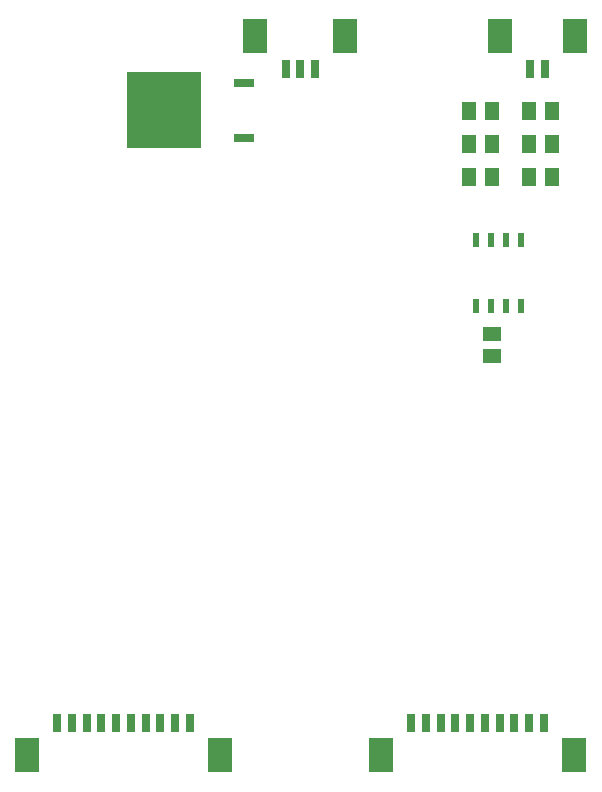
<source format=gbr>
G04 EAGLE Gerber RS-274X export*
G75*
%MOMM*%
%FSLAX34Y34*%
%LPD*%
%INSolderpaste Bottom*%
%IPPOS*%
%AMOC8*
5,1,8,0,0,1.08239X$1,22.5*%
G01*
%ADD10R,1.500000X1.300000*%
%ADD11R,1.300000X1.500000*%
%ADD12R,0.800000X1.600000*%
%ADD13R,2.100000X3.000000*%
%ADD14R,0.600000X1.200000*%
%ADD15R,1.701800X0.711200*%
%ADD16R,6.223000X6.553200*%


D10*
X416560Y382880D03*
X416560Y363880D03*
D11*
X447700Y571500D03*
X466700Y571500D03*
X447700Y543560D03*
X466700Y543560D03*
D12*
X448410Y607060D03*
X460910Y607060D03*
D13*
X422810Y634560D03*
X486510Y634560D03*
D11*
X466700Y515620D03*
X447700Y515620D03*
X415900Y571500D03*
X396900Y571500D03*
X415900Y543560D03*
X396900Y543560D03*
X415900Y515620D03*
X396900Y515620D03*
D14*
X440690Y406340D03*
X427990Y406340D03*
X415290Y406340D03*
X402590Y406340D03*
X402590Y462340D03*
X415290Y462340D03*
X427990Y462340D03*
X440690Y462340D03*
D12*
X160390Y53340D03*
X147890Y53340D03*
X135390Y53340D03*
X122890Y53340D03*
X110390Y53340D03*
X97890Y53340D03*
X85390Y53340D03*
X72890Y53340D03*
X60390Y53340D03*
X47890Y53340D03*
D13*
X185990Y25840D03*
X22290Y25840D03*
D12*
X460110Y53340D03*
X447610Y53340D03*
X435110Y53340D03*
X422610Y53340D03*
X410110Y53340D03*
X397610Y53340D03*
X385110Y53340D03*
X372610Y53340D03*
X360110Y53340D03*
X347610Y53340D03*
D13*
X485710Y25840D03*
X322010Y25840D03*
D12*
X241500Y607060D03*
X254000Y607060D03*
X266500Y607060D03*
D13*
X215900Y634560D03*
X292100Y634560D03*
D15*
X205966Y594871D03*
D16*
X138402Y571871D03*
D15*
X205966Y548871D03*
M02*

</source>
